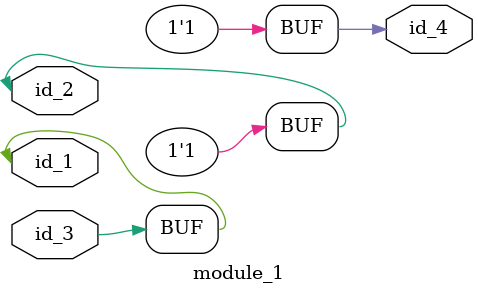
<source format=v>
module module_0 (
    id_1,
    id_2,
    id_3,
    id_4,
    id_5,
    id_6,
    id_7,
    id_8,
    id_9,
    id_10,
    id_11
);
  output wire id_11;
  inout wire id_10;
  input wire id_9;
  input wire id_8;
  input wire id_7;
  inout wire id_6;
  output wire id_5;
  output wire id_4;
  inout wire id_3;
  inout wire id_2;
  output wire id_1;
  assign module_1.id_2 = 0;
  wire id_12;
  assign id_5 = 1;
endmodule
module module_1 (
    id_1,
    id_2,
    id_3,
    id_4
);
  output wire id_4;
  input wire id_3;
  inout wire id_2;
  inout wire id_1;
  initial id_1 = #1 id_3;
  assign id_4 = 1;
  module_0 modCall_1 (
      id_4,
      id_2,
      id_2,
      id_4,
      id_4,
      id_2,
      id_2,
      id_2,
      id_2,
      id_2,
      id_2
  );
  assign id_4 = (id_2);
endmodule

</source>
